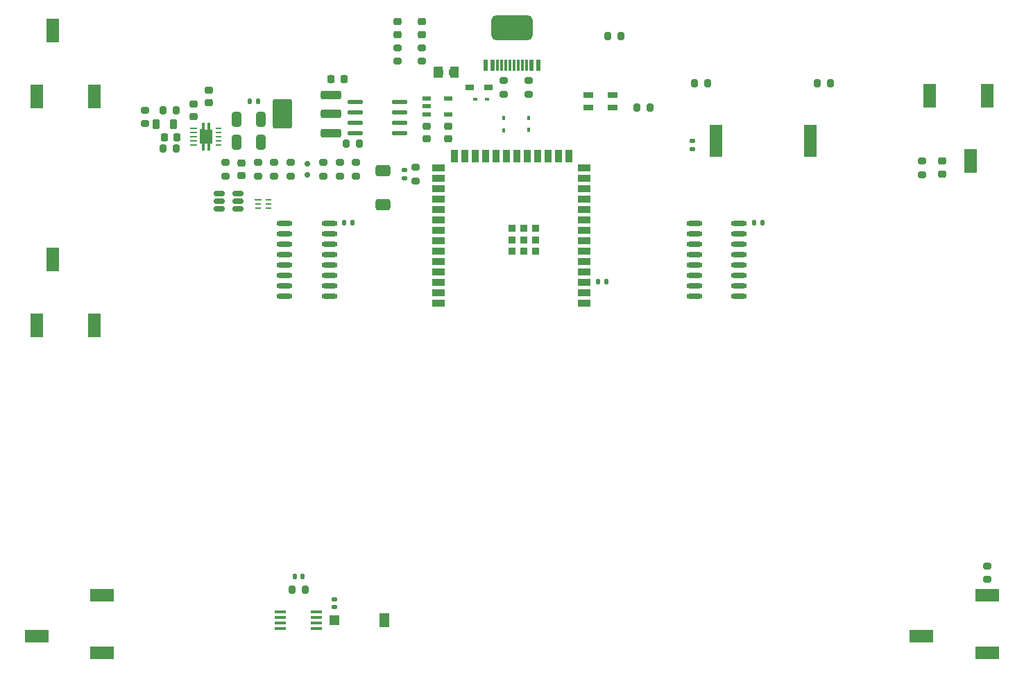
<source format=gbr>
%TF.GenerationSoftware,KiCad,Pcbnew,9.0.3*%
%TF.CreationDate,2025-08-10T03:43:02+02:00*%
%TF.ProjectId,Spikeling_v3.0,5370696b-656c-4696-9e67-5f76332e302e,rev?*%
%TF.SameCoordinates,Original*%
%TF.FileFunction,Paste,Top*%
%TF.FilePolarity,Positive*%
%FSLAX46Y46*%
G04 Gerber Fmt 4.6, Leading zero omitted, Abs format (unit mm)*
G04 Created by KiCad (PCBNEW 9.0.3) date 2025-08-10 03:43:02*
%MOMM*%
%LPD*%
G01*
G04 APERTURE LIST*
G04 Aperture macros list*
%AMRoundRect*
0 Rectangle with rounded corners*
0 $1 Rounding radius*
0 $2 $3 $4 $5 $6 $7 $8 $9 X,Y pos of 4 corners*
0 Add a 4 corners polygon primitive as box body*
4,1,4,$2,$3,$4,$5,$6,$7,$8,$9,$2,$3,0*
0 Add four circle primitives for the rounded corners*
1,1,$1+$1,$2,$3*
1,1,$1+$1,$4,$5*
1,1,$1+$1,$6,$7*
1,1,$1+$1,$8,$9*
0 Add four rect primitives between the rounded corners*
20,1,$1+$1,$2,$3,$4,$5,0*
20,1,$1+$1,$4,$5,$6,$7,0*
20,1,$1+$1,$6,$7,$8,$9,0*
20,1,$1+$1,$8,$9,$2,$3,0*%
%AMFreePoly0*
4,1,21,-0.180000,0.885000,0.180000,0.885000,0.180000,1.715000,0.470000,1.715000,0.470000,0.885000,0.760000,0.885000,0.760000,-0.885000,0.470000,-0.885000,0.470000,-1.705000,0.180000,-1.705000,0.180000,-0.885000,-0.180000,-0.885000,-0.180000,-1.705000,-0.470000,-1.705000,-0.470000,-0.885000,-0.760000,-0.885000,-0.760000,0.895000,-0.470000,0.895000,-0.470000,1.715000,-0.180000,1.715000,
-0.180000,0.885000,-0.180000,0.885000,$1*%
G04 Aperture macros list end*
%ADD10C,0.000000*%
%ADD11R,0.750000X0.280000*%
%ADD12R,0.840000X0.280000*%
%ADD13RoundRect,0.225000X0.250000X-0.225000X0.250000X0.225000X-0.250000X0.225000X-0.250000X-0.225000X0*%
%ADD14RoundRect,0.150000X-0.512500X-0.150000X0.512500X-0.150000X0.512500X0.150000X-0.512500X0.150000X0*%
%ADD15RoundRect,0.200000X-0.275000X0.200000X-0.275000X-0.200000X0.275000X-0.200000X0.275000X0.200000X0*%
%ADD16RoundRect,0.200000X0.275000X-0.200000X0.275000X0.200000X-0.275000X0.200000X-0.275000X-0.200000X0*%
%ADD17RoundRect,0.225000X-0.225000X-0.250000X0.225000X-0.250000X0.225000X0.250000X-0.225000X0.250000X0*%
%ADD18O,1.971000X0.602000*%
%ADD19RoundRect,0.225000X0.225000X0.250000X-0.225000X0.250000X-0.225000X-0.250000X0.225000X-0.250000X0*%
%ADD20R,1.500000X3.000000*%
%ADD21R,3.000000X1.500000*%
%ADD22RoundRect,0.200000X0.200000X0.275000X-0.200000X0.275000X-0.200000X-0.275000X0.200000X-0.275000X0*%
%ADD23R,1.100000X0.600000*%
%ADD24R,1.500000X0.900000*%
%ADD25R,0.900000X1.500000*%
%ADD26R,0.900000X0.900000*%
%ADD27RoundRect,0.250000X-1.000000X-0.300000X1.000000X-0.300000X1.000000X0.300000X-1.000000X0.300000X0*%
%ADD28RoundRect,0.250000X-0.920000X-1.550000X0.920000X-1.550000X0.920000X1.550000X-0.920000X1.550000X0*%
%ADD29R,1.300000X0.800000*%
%ADD30RoundRect,0.140000X-0.140000X-0.170000X0.140000X-0.170000X0.140000X0.170000X-0.140000X0.170000X0*%
%ADD31RoundRect,0.225000X-0.250000X0.225000X-0.250000X-0.225000X0.250000X-0.225000X0.250000X0.225000X0*%
%ADD32RoundRect,0.200000X-0.200000X-0.275000X0.200000X-0.275000X0.200000X0.275000X-0.200000X0.275000X0*%
%ADD33R,1.500000X4.000000*%
%ADD34O,1.950000X0.568500*%
%ADD35O,1.450000X0.380000*%
%ADD36RoundRect,0.150000X0.200000X-0.150000X0.200000X0.150000X-0.200000X0.150000X-0.200000X-0.150000X0*%
%ADD37RoundRect,0.250000X-0.650000X0.425000X-0.650000X-0.425000X0.650000X-0.425000X0.650000X0.425000X0*%
%ADD38RoundRect,0.250000X0.325000X0.650000X-0.325000X0.650000X-0.325000X-0.650000X0.325000X-0.650000X0*%
%ADD39RoundRect,0.140000X0.140000X0.170000X-0.140000X0.170000X-0.140000X-0.170000X0.140000X-0.170000X0*%
%ADD40R,0.300000X1.400000*%
%ADD41R,0.500000X1.400000*%
%ADD42RoundRect,0.500000X2.000000X1.000000X-2.000000X1.000000X-2.000000X-1.000000X2.000000X-1.000000X0*%
%ADD43RoundRect,0.140000X-0.170000X0.140000X-0.170000X-0.140000X0.170000X-0.140000X0.170000X0.140000X0*%
%ADD44R,0.400000X0.600000*%
%ADD45RoundRect,0.220000X-0.255000X0.220000X-0.255000X-0.220000X0.255000X-0.220000X0.255000X0.220000X0*%
%ADD46R,1.199000X1.199000*%
%ADD47R,1.200000X1.800000*%
%ADD48RoundRect,0.140000X0.170000X-0.140000X0.170000X0.140000X-0.170000X0.140000X-0.170000X-0.140000X0*%
%ADD49R,0.600000X0.400000*%
%ADD50RoundRect,0.220000X-0.220000X-0.380000X0.220000X-0.380000X0.220000X0.380000X-0.220000X0.380000X0*%
%ADD51R,1.132500X1.377000*%
%ADD52R,0.850000X0.240000*%
%ADD53R,0.800000X0.230000*%
%ADD54FreePoly0,0.000000*%
%ADD55R,1.000000X0.750000*%
G04 APERTURE END LIST*
D10*
%TO.C,L1*%
G36*
X151624000Y-56930000D02*
G01*
X151624000Y-57370500D01*
X151239000Y-57838500D01*
X150551500Y-57838500D01*
X150451500Y-57738500D01*
X150451500Y-56561500D01*
X150551500Y-56461500D01*
X151239000Y-56461500D01*
X151624000Y-56930000D01*
G37*
G36*
X153516500Y-56561500D02*
G01*
X153516500Y-57738500D01*
X153416500Y-57838500D01*
X152729000Y-57838500D01*
X152344000Y-57370500D01*
X152344000Y-56930000D01*
X152729000Y-56461500D01*
X153416500Y-56461500D01*
X153516500Y-56561500D01*
G37*
%TD*%
D11*
%TO.C,U7*%
X130261000Y-72700000D03*
X130261000Y-73200000D03*
X130261000Y-73700000D03*
X128989000Y-73700000D03*
X128989000Y-73200000D03*
D12*
X129044000Y-72700000D03*
%TD*%
D13*
%TO.C,C17*%
X122975000Y-59345000D03*
X122975000Y-60905000D03*
%TD*%
D14*
%TO.C,Q1*%
X124262500Y-71912500D03*
X124262500Y-72862500D03*
X124262500Y-73812500D03*
X126537500Y-73812500D03*
X126537500Y-72862500D03*
X126537500Y-71912500D03*
%TD*%
D15*
%TO.C,R13*%
X139000000Y-68180000D03*
X139000000Y-69820000D03*
%TD*%
D16*
%TO.C,R18*%
X149000000Y-55820000D03*
X149000000Y-54180000D03*
%TD*%
D17*
%TO.C,C2*%
X137945000Y-57975000D03*
X139505000Y-57975000D03*
%TD*%
D15*
%TO.C,R19*%
X137000000Y-68180000D03*
X137000000Y-69820000D03*
%TD*%
D18*
%TO.C,U3*%
X132264500Y-75555000D03*
X132264500Y-76825000D03*
X132264500Y-78095000D03*
X132264500Y-79365000D03*
X132264500Y-80635000D03*
X132264500Y-81905000D03*
X132264500Y-83175000D03*
X132264500Y-84445000D03*
X137735500Y-84445000D03*
X137735500Y-83175000D03*
X137735500Y-81905000D03*
X137735500Y-80635000D03*
X137735500Y-79365000D03*
X137735500Y-78095000D03*
X137735500Y-76825000D03*
X137735500Y-75555000D03*
%TD*%
D15*
%TO.C,R9*%
X210025000Y-68005000D03*
X210025000Y-69645000D03*
%TD*%
D19*
%TO.C,C15*%
X119130000Y-65100000D03*
X117570000Y-65100000D03*
%TD*%
D20*
%TO.C,J4*%
X102000000Y-88000000D03*
X104000000Y-80000000D03*
X109000000Y-88000000D03*
%TD*%
D21*
%TO.C,J5*%
X218000000Y-128000000D03*
X210000000Y-126000000D03*
X218000000Y-121000000D03*
%TD*%
D22*
%TO.C,R7*%
X134795000Y-120325000D03*
X133155000Y-120325000D03*
%TD*%
D23*
%TO.C,U6*%
X149625000Y-60375000D03*
X149625000Y-61325000D03*
X149625000Y-62275000D03*
X152225000Y-62275000D03*
X152225000Y-60375000D03*
%TD*%
D16*
%TO.C,R8*%
X218000000Y-119045000D03*
X218000000Y-117405000D03*
%TD*%
D24*
%TO.C,U1*%
X168850000Y-85310000D03*
X168850000Y-84040000D03*
X168850000Y-82770000D03*
X168850000Y-81500000D03*
X168850000Y-80230000D03*
X168850000Y-78960000D03*
X168850000Y-77690000D03*
X168850000Y-76420000D03*
X168850000Y-75150000D03*
X168850000Y-73880000D03*
X168850000Y-72610000D03*
X168850000Y-71340000D03*
X168850000Y-70070000D03*
X168850000Y-68800000D03*
D25*
X166935000Y-67401000D03*
X165665000Y-67401000D03*
X164395000Y-67401000D03*
X163125000Y-67401000D03*
X161855000Y-67401000D03*
X160585000Y-67401000D03*
X159315000Y-67401000D03*
X158045000Y-67401000D03*
X156775000Y-67401000D03*
X155505000Y-67401000D03*
X154235000Y-67401000D03*
X152965000Y-67401000D03*
D24*
X151050000Y-68800000D03*
X151050000Y-70070000D03*
X151050000Y-71340000D03*
X151050000Y-72610000D03*
X151050000Y-73880000D03*
X151050000Y-75150000D03*
X151050000Y-76420000D03*
X151050000Y-77690000D03*
X151050000Y-78960000D03*
X151050000Y-80230000D03*
X151050000Y-81500000D03*
X151050000Y-82770000D03*
X151050000Y-84040000D03*
X151050000Y-85310000D03*
D26*
X162849500Y-78990500D03*
X162849500Y-77590500D03*
X162849500Y-76190500D03*
X161449500Y-78990500D03*
X161449500Y-77590500D03*
X161449500Y-76190500D03*
X160049500Y-78990500D03*
X160049500Y-77590500D03*
X160049500Y-76190500D03*
%TD*%
D27*
%TO.C,U2*%
X137945000Y-64550000D03*
X137945000Y-62250000D03*
X137945000Y-59950000D03*
D28*
X131975000Y-62250000D03*
%TD*%
D29*
%TO.C,D7*%
X169300000Y-61425000D03*
X169300000Y-59925000D03*
X172300000Y-59925000D03*
X172300000Y-61425000D03*
%TD*%
D30*
%TO.C,C5*%
X170525000Y-82720000D03*
X171525000Y-82720000D03*
%TD*%
D31*
%TO.C,C14*%
X149625000Y-63720000D03*
X149625000Y-65280000D03*
%TD*%
D32*
%TO.C,R15*%
X117430000Y-66475000D03*
X119070000Y-66475000D03*
%TD*%
D33*
%TO.C,B1*%
X184925000Y-65500000D03*
X196425000Y-65500000D03*
%TD*%
D34*
%TO.C,Q2*%
X140895000Y-60745000D03*
X140895000Y-62015000D03*
X140895000Y-63285000D03*
X140895000Y-64555000D03*
X146305000Y-64555000D03*
X146305000Y-63285000D03*
X146305000Y-62015000D03*
X146305000Y-60745000D03*
%TD*%
D32*
%TO.C,R12*%
X197255000Y-58500000D03*
X198895000Y-58500000D03*
%TD*%
D16*
%TO.C,R5*%
X148200000Y-70395000D03*
X148200000Y-68755000D03*
%TD*%
D35*
%TO.C,U5*%
X131750000Y-123050000D03*
X131750000Y-123700000D03*
X131750000Y-124350000D03*
X131750000Y-125000000D03*
X136150000Y-125000000D03*
X136150000Y-124350000D03*
X136150000Y-123700000D03*
X136150000Y-123050000D03*
%TD*%
D36*
%TO.C,D9*%
X135000000Y-68300000D03*
X135000000Y-69700000D03*
%TD*%
D37*
%TO.C,SW1*%
X144225000Y-69150000D03*
X144225000Y-73300000D03*
%TD*%
D38*
%TO.C,C1*%
X129355000Y-65725000D03*
X126395000Y-65725000D03*
%TD*%
D15*
%TO.C,R14*%
X133000000Y-68180000D03*
X133000000Y-69820000D03*
%TD*%
D22*
%TO.C,R16*%
X119070000Y-61775000D03*
X117430000Y-61775000D03*
%TD*%
D30*
%TO.C,C7*%
X139500000Y-75550000D03*
X140500000Y-75550000D03*
%TD*%
D13*
%TO.C,C16*%
X121175000Y-62555000D03*
X121175000Y-60995000D03*
%TD*%
%TO.C,C18*%
X127000000Y-69780000D03*
X127000000Y-68220000D03*
%TD*%
D39*
%TO.C,C8*%
X190550000Y-75550000D03*
X189550000Y-75550000D03*
%TD*%
D16*
%TO.C,R3*%
X146000000Y-55820000D03*
X146000000Y-54180000D03*
%TD*%
D20*
%TO.C,J6*%
X218000000Y-60000000D03*
X216000000Y-68000000D03*
X211000000Y-60000000D03*
%TD*%
%TO.C,J3*%
X102000000Y-60100000D03*
X104000000Y-52100000D03*
X109000000Y-60100000D03*
%TD*%
D31*
%TO.C,C11*%
X212500000Y-68000000D03*
X212500000Y-69560000D03*
%TD*%
D40*
%TO.C,J1*%
X161250000Y-56250000D03*
X160250000Y-56250000D03*
X159750000Y-56250000D03*
X158750000Y-56250000D03*
D41*
X157600000Y-56250000D03*
X156800000Y-56250000D03*
D40*
X158250000Y-56250000D03*
X159250000Y-56250000D03*
X160750000Y-56250000D03*
X161750000Y-56250000D03*
D41*
X162400000Y-56250000D03*
X163200000Y-56250000D03*
D42*
X160000000Y-51750000D03*
%TD*%
D30*
%TO.C,C10*%
X133475000Y-118725000D03*
X134475000Y-118725000D03*
%TD*%
D43*
%TO.C,C9*%
X138300000Y-121450000D03*
X138300000Y-122450000D03*
%TD*%
D44*
%TO.C,D2*%
X159000000Y-62725000D03*
X159000000Y-64225000D03*
%TD*%
D22*
%TO.C,R21*%
X141395000Y-65850000D03*
X139755000Y-65850000D03*
%TD*%
D16*
%TO.C,R14*%
X141000000Y-69820000D03*
X141000000Y-68180000D03*
%TD*%
D45*
%TO.C,D10*%
X149000000Y-50960000D03*
X149000000Y-52540000D03*
%TD*%
D16*
%TO.C,R15*%
X125000000Y-69820000D03*
X125000000Y-68180000D03*
%TD*%
D32*
%TO.C,R11*%
X182255000Y-58500000D03*
X183895000Y-58500000D03*
%TD*%
D46*
%TO.C,D6*%
X138300000Y-124025000D03*
D47*
X144400000Y-124025000D03*
%TD*%
D15*
%TO.C,R20*%
X131000000Y-68180000D03*
X131000000Y-69820000D03*
%TD*%
D22*
%TO.C,R4*%
X173320000Y-52750000D03*
X171680000Y-52750000D03*
%TD*%
D48*
%TO.C,C12*%
X182000000Y-66500000D03*
X182000000Y-65500000D03*
%TD*%
D49*
%TO.C,D4*%
X155500000Y-60400000D03*
X157000000Y-60400000D03*
%TD*%
D50*
%TO.C,L2*%
X116600000Y-63450000D03*
X118720000Y-63450000D03*
%TD*%
D15*
%TO.C,R17*%
X115250000Y-61780000D03*
X115250000Y-63420000D03*
%TD*%
D38*
%TO.C,C3*%
X129355000Y-62925000D03*
X126395000Y-62925000D03*
%TD*%
D51*
%TO.C,L1*%
X152950000Y-57150000D03*
X151018000Y-57150000D03*
%TD*%
D18*
%TO.C,U4*%
X182264500Y-75555000D03*
X182264500Y-76825000D03*
X182264500Y-78095000D03*
X182264500Y-79365000D03*
X182264500Y-80635000D03*
X182264500Y-81905000D03*
X182264500Y-83175000D03*
X182264500Y-84445000D03*
X187735500Y-84445000D03*
X187735500Y-83175000D03*
X187735500Y-81905000D03*
X187735500Y-80635000D03*
X187735500Y-79365000D03*
X187735500Y-78095000D03*
X187735500Y-76825000D03*
X187735500Y-75555000D03*
%TD*%
D32*
%TO.C,R10*%
X175255000Y-61425000D03*
X176895000Y-61425000D03*
%TD*%
D16*
%TO.C,R6*%
X129000000Y-69820000D03*
X129000000Y-68180000D03*
%TD*%
D52*
%TO.C,U8*%
X121175000Y-64000000D03*
X121175000Y-64500000D03*
X121175000Y-65000000D03*
X121175000Y-65500000D03*
X121175000Y-66000000D03*
D53*
X124175000Y-66000000D03*
X124175000Y-65500000D03*
X124175000Y-65000000D03*
X124175000Y-64500000D03*
X124175000Y-64000000D03*
D54*
X122675000Y-65005000D03*
%TD*%
D55*
%TO.C,D1*%
X154802500Y-58975000D03*
X157147500Y-58975000D03*
%TD*%
D44*
%TO.C,D3*%
X162025000Y-62700000D03*
X162025000Y-64200000D03*
%TD*%
D48*
%TO.C,C6*%
X146850000Y-70075000D03*
X146850000Y-69075000D03*
%TD*%
D15*
%TO.C,R2*%
X159000000Y-58180000D03*
X159000000Y-59820000D03*
%TD*%
D21*
%TO.C,J2*%
X110000000Y-128000000D03*
X102000000Y-126000000D03*
X110000000Y-121000000D03*
%TD*%
D39*
%TO.C,C4*%
X129000000Y-60725000D03*
X128000000Y-60725000D03*
%TD*%
D31*
%TO.C,C13*%
X152225000Y-63720000D03*
X152225000Y-65280000D03*
%TD*%
D15*
%TO.C,R1*%
X162000000Y-58180000D03*
X162000000Y-59820000D03*
%TD*%
D45*
%TO.C,D5*%
X146000000Y-50960000D03*
X146000000Y-52540000D03*
%TD*%
M02*

</source>
